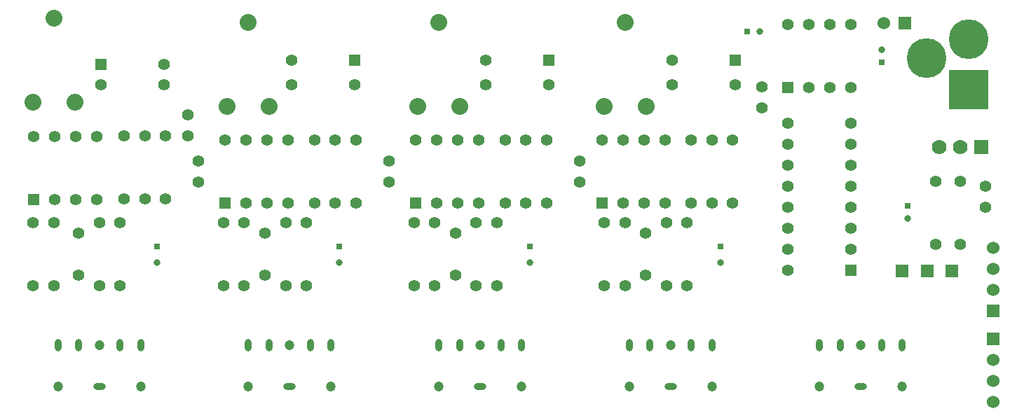
<source format=gbs>
G04 (created by PCBNEW (22-Jun-2014 BZR 4027)-stable) date mar. 05 août 2014 21:02:50 CEST*
%MOIN*%
G04 Gerber Fmt 3.4, Leading zero omitted, Abs format*
%FSLAX34Y34*%
G01*
G70*
G90*
G04 APERTURE LIST*
%ADD10C,0.00590551*%
%ADD11C,0.08*%
%ADD12C,0.055*%
%ADD13R,0.055X0.055*%
%ADD14O,0.0590551X0.0314961*%
%ADD15O,0.0314961X0.0590551*%
%ADD16C,0.0472441*%
%ADD17R,0.06X0.06*%
%ADD18C,0.06*%
%ADD19C,0.189*%
%ADD20R,0.189X0.189*%
%ADD21R,0.0314961X0.0314961*%
%ADD22C,0.0314961*%
%ADD23C,0.07*%
%ADD24R,0.07X0.07*%
G04 APERTURE END LIST*
G54D10*
G54D11*
X15338Y-68338D03*
X16338Y-64338D03*
X17338Y-68338D03*
X24590Y-68535D03*
X25590Y-64535D03*
X26590Y-68535D03*
X33645Y-68535D03*
X34645Y-64535D03*
X35645Y-68535D03*
X42503Y-68535D03*
X43503Y-64535D03*
X44503Y-68535D03*
G54D12*
X27633Y-67519D03*
X30633Y-67519D03*
X15354Y-77090D03*
X15354Y-74090D03*
X33464Y-77090D03*
X33464Y-74090D03*
X34448Y-77090D03*
X34448Y-74090D03*
X36417Y-74090D03*
X36417Y-77090D03*
X37795Y-70153D03*
X37795Y-73153D03*
X37401Y-74090D03*
X37401Y-77090D03*
X39763Y-70153D03*
X39763Y-73153D03*
X36885Y-67519D03*
X39885Y-67519D03*
X42519Y-77090D03*
X42519Y-74090D03*
X43503Y-77090D03*
X43503Y-74090D03*
X45472Y-74090D03*
X45472Y-77090D03*
X46653Y-70153D03*
X46653Y-73153D03*
X46456Y-74090D03*
X46456Y-77090D03*
X48622Y-70153D03*
X48622Y-73153D03*
X45744Y-67519D03*
X48744Y-67519D03*
X47637Y-70153D03*
X47637Y-73153D03*
X38779Y-70153D03*
X38779Y-73153D03*
X29724Y-70153D03*
X29724Y-73153D03*
X20669Y-69956D03*
X20669Y-72956D03*
X24409Y-77090D03*
X24409Y-74090D03*
X18578Y-67519D03*
X21578Y-67519D03*
X21653Y-69956D03*
X21653Y-72956D03*
X30708Y-70153D03*
X30708Y-73153D03*
X19488Y-74090D03*
X19488Y-77090D03*
X19685Y-69956D03*
X19685Y-72956D03*
X25393Y-77090D03*
X25393Y-74090D03*
X18503Y-74090D03*
X18503Y-77090D03*
X27362Y-74090D03*
X27362Y-77090D03*
X28740Y-70153D03*
X28740Y-73153D03*
X28346Y-74090D03*
X28346Y-77090D03*
X16338Y-77090D03*
X16338Y-74090D03*
G54D13*
X42397Y-73153D03*
G54D12*
X43397Y-73153D03*
X44397Y-73153D03*
X45397Y-73153D03*
X45397Y-70153D03*
X44397Y-70153D03*
X43397Y-70153D03*
X42397Y-70153D03*
G54D13*
X24484Y-73153D03*
G54D12*
X25484Y-73153D03*
X26484Y-73153D03*
X27484Y-73153D03*
X27484Y-70153D03*
X26484Y-70153D03*
X25484Y-70153D03*
X24484Y-70153D03*
G54D13*
X33539Y-73153D03*
G54D12*
X34539Y-73153D03*
X35539Y-73153D03*
X36539Y-73153D03*
X36539Y-70153D03*
X35539Y-70153D03*
X34539Y-70153D03*
X33539Y-70153D03*
G54D13*
X51255Y-67641D03*
G54D12*
X52255Y-67641D03*
X53255Y-67641D03*
X54255Y-67641D03*
X54255Y-64641D03*
X53255Y-64641D03*
X52255Y-64641D03*
X51255Y-64641D03*
G54D13*
X15393Y-72984D03*
G54D12*
X16393Y-72984D03*
X17393Y-72984D03*
X18393Y-72984D03*
X18393Y-69984D03*
X17393Y-69984D03*
X16393Y-69984D03*
X15393Y-69984D03*
G54D13*
X54255Y-76334D03*
G54D12*
X54255Y-75334D03*
X54255Y-74334D03*
X54255Y-73334D03*
X54255Y-72334D03*
X54255Y-71334D03*
X54255Y-70334D03*
X54255Y-69334D03*
X51255Y-69334D03*
X51255Y-70334D03*
X51255Y-71334D03*
X51255Y-72334D03*
X51255Y-73334D03*
X51255Y-74334D03*
X51255Y-75334D03*
X51255Y-76334D03*
G54D13*
X39885Y-66338D03*
G54D12*
X36885Y-66338D03*
G54D13*
X30633Y-66338D03*
G54D12*
X27633Y-66338D03*
G54D13*
X18578Y-66535D03*
G54D12*
X21578Y-66535D03*
G54D13*
X48744Y-66338D03*
G54D12*
X45744Y-66338D03*
X17519Y-74590D03*
X17519Y-76590D03*
X44488Y-76590D03*
X44488Y-74590D03*
X26377Y-74590D03*
X26377Y-76590D03*
X35433Y-74590D03*
X35433Y-76590D03*
G54D14*
X18503Y-81889D03*
G54D15*
X20472Y-79921D03*
X19488Y-79921D03*
X17519Y-79921D03*
G54D16*
X18503Y-79921D03*
X16535Y-81889D03*
X20472Y-81889D03*
G54D15*
X16535Y-79921D03*
G54D14*
X27559Y-81889D03*
G54D15*
X29527Y-79921D03*
X28543Y-79921D03*
X26574Y-79921D03*
G54D16*
X27559Y-79921D03*
X25590Y-81889D03*
X29527Y-81889D03*
G54D15*
X25590Y-79921D03*
G54D14*
X36614Y-81889D03*
G54D15*
X38582Y-79921D03*
X37598Y-79921D03*
X35629Y-79921D03*
G54D16*
X36614Y-79921D03*
X34645Y-81889D03*
X38582Y-81889D03*
G54D15*
X34645Y-79921D03*
G54D14*
X45669Y-81889D03*
G54D15*
X47637Y-79921D03*
X46653Y-79921D03*
X44685Y-79921D03*
G54D16*
X45669Y-79921D03*
X43700Y-81889D03*
X47637Y-81889D03*
G54D15*
X43700Y-79921D03*
G54D14*
X54724Y-81889D03*
G54D15*
X56692Y-79921D03*
X55708Y-79921D03*
X53740Y-79921D03*
G54D16*
X54724Y-79921D03*
X52755Y-81889D03*
X56692Y-81889D03*
G54D15*
X52755Y-79921D03*
G54D17*
X56799Y-64566D03*
G54D18*
X55799Y-64566D03*
G54D19*
X59842Y-65354D03*
G54D20*
X59842Y-67754D03*
G54D19*
X57842Y-66254D03*
G54D12*
X58267Y-72122D03*
X58267Y-75122D03*
X59448Y-75122D03*
X59448Y-72122D03*
G54D17*
X61023Y-79602D03*
G54D18*
X61023Y-80602D03*
X61023Y-81602D03*
X61023Y-82602D03*
G54D17*
X61023Y-78271D03*
G54D18*
X61023Y-77271D03*
X61023Y-76271D03*
X61023Y-75271D03*
G54D17*
X56692Y-76377D03*
X57874Y-76377D03*
X59055Y-76377D03*
G54D21*
X56929Y-73287D03*
G54D22*
X56929Y-73877D03*
G54D12*
X41338Y-72153D03*
X41338Y-71153D03*
X32283Y-71153D03*
X32283Y-72153D03*
X23228Y-71153D03*
X23228Y-72153D03*
X22716Y-69948D03*
X22716Y-68948D03*
X50000Y-68610D03*
X50000Y-67610D03*
X60629Y-72334D03*
X60629Y-73334D03*
G54D23*
X58448Y-70472D03*
X59448Y-70472D03*
G54D24*
X60448Y-70472D03*
G54D21*
X21259Y-75196D03*
G54D22*
X21259Y-75984D03*
G54D21*
X29921Y-75196D03*
G54D22*
X29921Y-75984D03*
G54D21*
X38976Y-75196D03*
G54D22*
X38976Y-75984D03*
G54D21*
X48031Y-75196D03*
G54D22*
X48031Y-75984D03*
G54D21*
X49311Y-64960D03*
G54D22*
X49901Y-64960D03*
G54D21*
X55708Y-66437D03*
G54D22*
X55708Y-65846D03*
M02*

</source>
